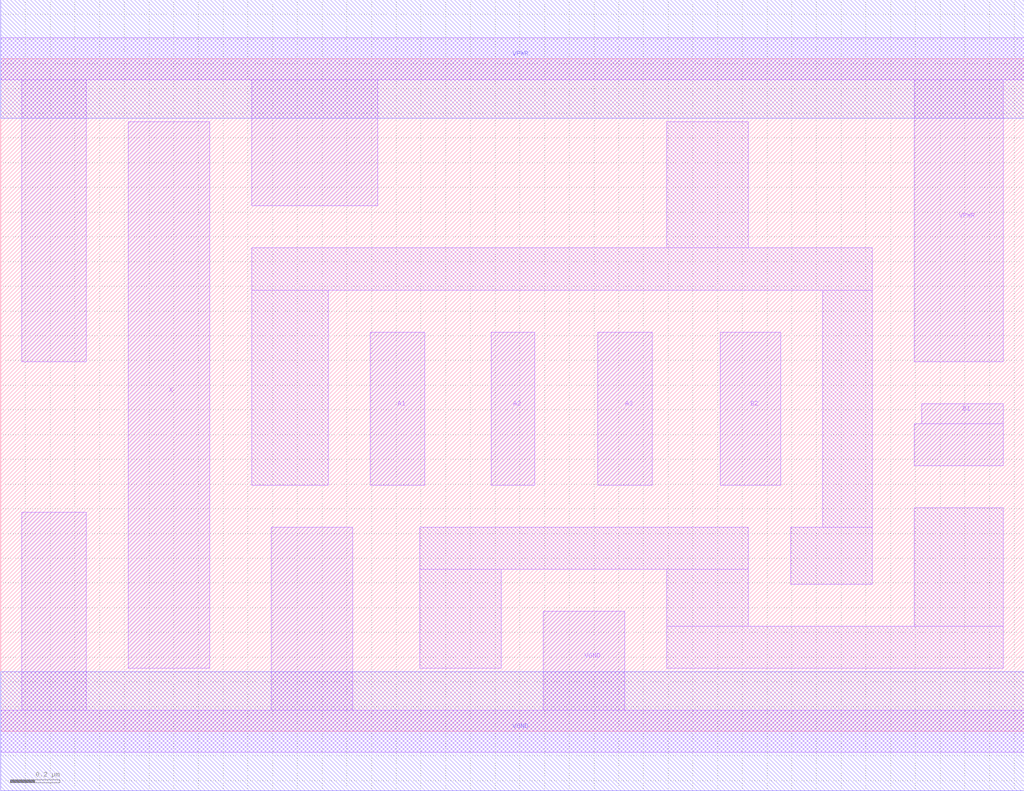
<source format=lef>
# Copyright 2020 The SkyWater PDK Authors
#
# Licensed under the Apache License, Version 2.0 (the "License");
# you may not use this file except in compliance with the License.
# You may obtain a copy of the License at
#
#     https://www.apache.org/licenses/LICENSE-2.0
#
# Unless required by applicable law or agreed to in writing, software
# distributed under the License is distributed on an "AS IS" BASIS,
# WITHOUT WARRANTIES OR CONDITIONS OF ANY KIND, either express or implied.
# See the License for the specific language governing permissions and
# limitations under the License.
#
# SPDX-License-Identifier: Apache-2.0

VERSION 5.5 ;
NAMESCASESENSITIVE ON ;
BUSBITCHARS "[]" ;
DIVIDERCHAR "/" ;
MACRO sky130_fd_sc_hd__o32a_2
  CLASS CORE ;
  SOURCE USER ;
  ORIGIN  0.000000  0.000000 ;
  SIZE  4.140000 BY  2.720000 ;
  SYMMETRY X Y R90 ;
  SITE unithd ;
  PIN A1
    ANTENNAGATEAREA  0.247500 ;
    DIRECTION INPUT ;
    USE SIGNAL ;
    PORT
      LAYER li1 ;
        RECT 1.495000 0.995000 1.715000 1.615000 ;
    END
  END A1
  PIN A2
    ANTENNAGATEAREA  0.247500 ;
    DIRECTION INPUT ;
    USE SIGNAL ;
    PORT
      LAYER li1 ;
        RECT 1.985000 0.995000 2.160000 1.615000 ;
    END
  END A2
  PIN A3
    ANTENNAGATEAREA  0.247500 ;
    DIRECTION INPUT ;
    USE SIGNAL ;
    PORT
      LAYER li1 ;
        RECT 2.415000 0.995000 2.635000 1.615000 ;
    END
  END A3
  PIN B1
    ANTENNAGATEAREA  0.247500 ;
    DIRECTION INPUT ;
    USE SIGNAL ;
    PORT
      LAYER li1 ;
        RECT 3.695000 1.075000 4.055000 1.245000 ;
        RECT 3.725000 1.245000 4.055000 1.325000 ;
    END
  END B1
  PIN B2
    ANTENNAGATEAREA  0.247500 ;
    DIRECTION INPUT ;
    USE SIGNAL ;
    PORT
      LAYER li1 ;
        RECT 2.910000 0.995000 3.155000 1.615000 ;
    END
  END B2
  PIN X
    ANTENNADIFFAREA  0.445500 ;
    DIRECTION OUTPUT ;
    USE SIGNAL ;
    PORT
      LAYER li1 ;
        RECT 0.515000 0.255000 0.845000 2.465000 ;
    END
  END X
  PIN VGND
    DIRECTION INOUT ;
    SHAPE ABUTMENT ;
    USE GROUND ;
    PORT
      LAYER li1 ;
        RECT 0.000000 -0.085000 4.140000 0.085000 ;
        RECT 0.085000  0.085000 0.345000 0.885000 ;
        RECT 1.095000  0.085000 1.425000 0.825000 ;
        RECT 2.195000  0.085000 2.525000 0.485000 ;
    END
    PORT
      LAYER met1 ;
        RECT 0.000000 -0.240000 4.140000 0.240000 ;
    END
  END VGND
  PIN VPWR
    DIRECTION INOUT ;
    SHAPE ABUTMENT ;
    USE POWER ;
    PORT
      LAYER li1 ;
        RECT 0.000000 2.635000 4.140000 2.805000 ;
        RECT 0.085000 1.495000 0.345000 2.635000 ;
        RECT 1.015000 2.125000 1.525000 2.635000 ;
        RECT 3.695000 1.495000 4.055000 2.635000 ;
    END
    PORT
      LAYER met1 ;
        RECT 0.000000 2.480000 4.140000 2.960000 ;
    END
  END VPWR
  OBS
    LAYER li1 ;
      RECT 1.015000 0.995000 1.325000 1.785000 ;
      RECT 1.015000 1.785000 3.525000 1.955000 ;
      RECT 1.695000 0.255000 2.025000 0.655000 ;
      RECT 1.695000 0.655000 3.025000 0.825000 ;
      RECT 2.695000 0.255000 4.055000 0.425000 ;
      RECT 2.695000 0.425000 3.025000 0.655000 ;
      RECT 2.695000 1.955000 3.025000 2.465000 ;
      RECT 3.195000 0.595000 3.525000 0.825000 ;
      RECT 3.325000 0.825000 3.525000 1.785000 ;
      RECT 3.695000 0.425000 4.055000 0.905000 ;
  END
END sky130_fd_sc_hd__o32a_2
END LIBRARY

</source>
